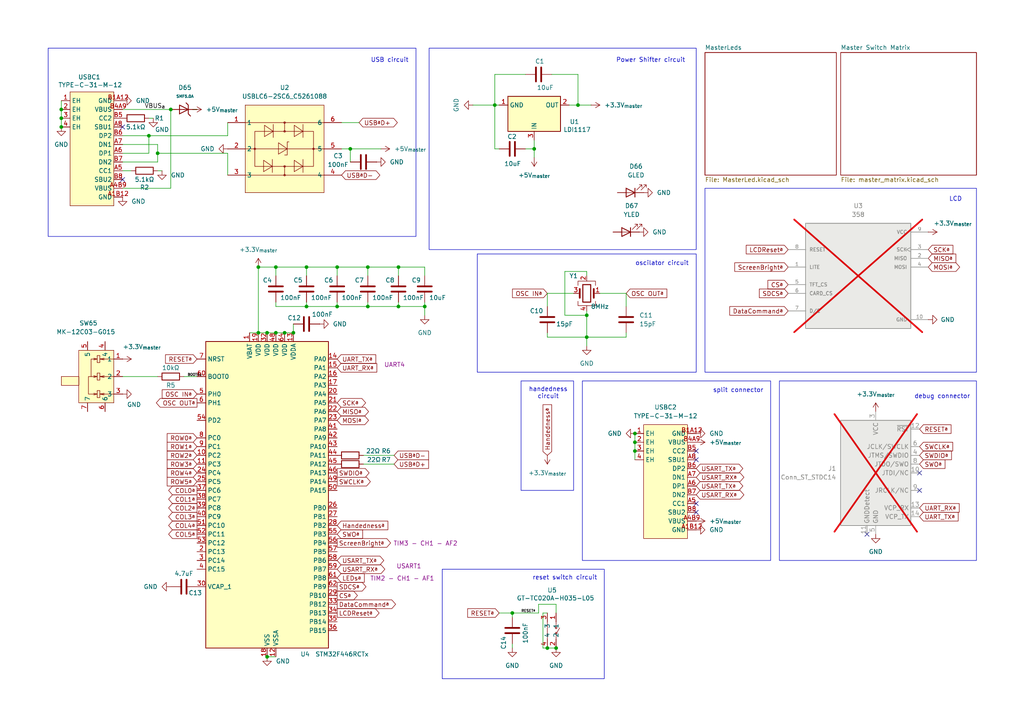
<source format=kicad_sch>
(kicad_sch (version 20250114) (generator "eeschema") (generator_version "9.0")
  (paper "A4")
  (title_block (title "Migrane - Master Half") (rev "3.0") (company "Afonso Lopo"))
  (lib_symbols
    (symbol "Connector:Conn_ST_STDC14"
      (property "Reference" "J" (at -8.89 16.51 0))
      (property "Value" "Conn_ST_STDC14" (at 17.78 16.51 0))
      (symbol "Conn_ST_STDC14_1_1"
        (pin no_connect line (at -10.16 5.08 0) (length 2.54) (hide yes) (name "NC") (number "1"))
        (pin no_connect line (at -10.16 2.54 0) (length 2.54) (hide yes) (name "NC") (number "2"))
        (pin passive line (at -2.54 -17.78 90) (length 2.54) (name "GNDDetect") (number "11"))
        (pin power_in line (at 0 17.78 270) (length 2.54) (name "VCC") (number "3"))
        (pin power_in line (at 0 -17.78 90) (length 2.54) (name "GND") (number "5"))
        (pin passive line (at 0 -17.78 90) (length 2.54) (hide yes) (name "GND") (number "7"))
        (pin open_collector line (at 12.7 12.7 180) (length 2.54) (name "~{RST}") (number "12"))
        (pin output line (at 12.7 7.62 180) (length 2.54) (name "JCLK/SWCLK") (number "6"))
        (pin bidirectional line (at 12.7 5.08 180) (length 2.54) (name "JTMS/SWDIO") (number "4"))
        (pin input line (at 12.7 2.54 180) (length 2.54) (name "JTDO/SWO") (number "8"))
        (pin output line (at 12.7 0 180) (length 2.54) (name "JTDI/NC") (number "10"))
        (pin input line (at 12.7 -5.08 180) (length 2.54) (name "JRCLK/NC") (number "9"))
        (pin output line (at 12.7 -10.16 180) (length 2.54) (name "VCP_RX") (number "13"))
        (pin input line (at 12.7 -12.7 180) (length 2.54) (name "VCP_TX") (number "14"))
      )
    )
    (symbol "Device:C" (pin_numbers (hide yes)) (pin_names (offset 0.254))
      (property "Reference" "C" (at 0.635 2.54 0))
      (property "Value" "C" (at 0.635 -2.54 0))
      (symbol "C_1_1"
        (pin passive line (at 0 3.81 270) (length 2.794) (name "~") (number "1"))
        (pin passive line (at 0 -3.81 90) (length 2.794) (name "~") (number "2"))
      )
    )
    (symbol "Device:Crystal_GND24" (pin_names (offset 1.016) (hide yes))
      (property "Reference" "Y" (at 3.175 5.08 0))
      (property "Value" "Crystal_GND24" (at 3.175 3.175 0))
      (symbol "Crystal_GND24_1_1"
        (pin passive line (at -3.81 0 0) (length 1.27) (name "1") (number "1"))
        (pin passive line (at 0 5.08 270) (length 1.27) (name "2") (number "2"))
        (pin passive line (at 0 -5.08 90) (length 1.27) (name "4") (number "4"))
        (pin passive line (at 3.81 0 180) (length 1.27) (name "3") (number "3"))
      )
    )
    (symbol "Device:LED" (pin_numbers (hide yes)) (pin_names (offset 1.016) (hide yes))
      (property "Reference" "D" (at 0 2.54 0))
      (property "Value" "LED" (at 0 -2.54 0))
      (symbol "LED_1_1"
        (pin passive line (at -3.81 0 0) (length 2.54) (name "K") (number "1"))
        (pin passive line (at 3.81 0 180) (length 2.54) (name "A") (number "2"))
      )
    )
    (symbol "Device:R" (pin_numbers (hide yes)) (pin_names (offset 0))
      (property "Reference" "R" (at 2.032 0 90))
      (property "Value" "R" (at 0 0 90))
      (symbol "R_1_1"
        (pin passive line (at 0 3.81 270) (length 1.27) (name "~") (number "1"))
        (pin passive line (at 0 -3.81 90) (length 1.27) (name "~") (number "2"))
      )
    )
    (symbol "MCU_ST_STM32F4:STM32F446RCTx"
      (property "Reference" "U" (at -17.78 46.99 0))
      (property "Value" "STM32F446RCTx" (at 10.16 46.99 0))
      (symbol "STM32F446RCTx_1_1"
        (pin input line (at -20.32 40.64 0) (length 2.54) (name "NRST") (number "7"))
        (pin input line (at -20.32 35.56 0) (length 2.54) (name "BOOT0") (number "60"))
        (pin bidirectional line (at -20.32 30.48 0) (length 2.54) (name "PH0") (number "5"))
        (pin bidirectional line (at -20.32 27.94 0) (length 2.54) (name "PH1") (number "6"))
        (pin bidirectional line (at -20.32 22.86 0) (length 2.54) (name "PD2") (number "54"))
        (pin bidirectional line (at -20.32 17.78 0) (length 2.54) (name "PC0") (number "8"))
        (pin bidirectional line (at -20.32 15.24 0) (length 2.54) (name "PC1") (number "9"))
        (pin bidirectional line (at -20.32 12.7 0) (length 2.54) (name "PC2") (number "10"))
        (pin bidirectional line (at -20.32 10.16 0) (length 2.54) (name "PC3") (number "11"))
        (pin bidirectional line (at -20.32 7.62 0) (length 2.54) (name "PC4") (number "24"))
        (pin bidirectional line (at -20.32 5.08 0) (length 2.54) (name "PC5") (number "25"))
        (pin bidirectional line (at -20.32 2.54 0) (length 2.54) (name "PC6") (number "37"))
        (pin bidirectional line (at -20.32 0 0) (length 2.54) (name "PC7") (number "38"))
        (pin bidirectional line (at -20.32 -2.54 0) (length 2.54) (name "PC8") (number "39"))
        (pin bidirectional line (at -20.32 -5.08 0) (length 2.54) (name "PC9") (number "40"))
        (pin bidirectional line (at -20.32 -7.62 0) (length 2.54) (name "PC10") (number "51"))
        (pin bidirectional line (at -20.32 -10.16 0) (length 2.54) (name "PC11") (number "52"))
        (pin bidirectional line (at -20.32 -12.7 0) (length 2.54) (name "PC12") (number "53"))
        (pin bidirectional line (at -20.32 -15.24 0) (length 2.54) (name "PC13") (number "2"))
        (pin bidirectional line (at -20.32 -17.78 0) (length 2.54) (name "PC14") (number "3"))
        (pin bidirectional line (at -20.32 -20.32 0) (length 2.54) (name "PC15") (number "4"))
        (pin power_out line (at -20.32 -25.4 0) (length 2.54) (name "VCAP_1") (number "30"))
        (pin power_in line (at -5.08 48.26 270) (length 2.54) (name "VBAT") (number "1"))
        (pin power_in line (at -2.54 48.26 270) (length 2.54) (name "VDD") (number "19"))
        (pin power_in line (at 0 48.26 270) (length 2.54) (name "VDD") (number "32"))
        (pin power_in line (at 0 -45.72 90) (length 2.54) (name "VSS") (number "18"))
        (pin passive line (at 0 -45.72 90) (length 2.54) (hide yes) (name "VSS") (number "31"))
        (pin passive line (at 0 -45.72 90) (length 2.54) (hide yes) (name "VSS") (number "47"))
        (pin passive line (at 0 -45.72 90) (length 2.54) (hide yes) (name "VSS") (number "63"))
        (pin power_in line (at 2.54 48.26 270) (length 2.54) (name "VDD") (number "48"))
        (pin power_in line (at 2.54 -45.72 90) (length 2.54) (name "VSSA") (number "12"))
        (pin power_in line (at 5.08 48.26 270) (length 2.54) (name "VDD") (number "64"))
        (pin power_in line (at 7.62 48.26 270) (length 2.54) (name "VDDA") (number "13"))
        (pin bidirectional line (at 20.32 40.64 180) (length 2.54) (name "PA0") (number "14"))
        (pin bidirectional line (at 20.32 38.1 180) (length 2.54) (name "PA1") (number "15"))
        (pin bidirectional line (at 20.32 35.56 180) (length 2.54) (name "PA2") (number "16"))
        (pin bidirectional line (at 20.32 33.02 180) (length 2.54) (name "PA3") (number "17"))
        (pin bidirectional line (at 20.32 30.48 180) (length 2.54) (name "PA4") (number "20"))
        (pin bidirectional line (at 20.32 27.94 180) (length 2.54) (name "PA5") (number "21"))
        (pin bidirectional line (at 20.32 25.4 180) (length 2.54) (name "PA6") (number "22"))
        (pin bidirectional line (at 20.32 22.86 180) (length 2.54) (name "PA7") (number "23"))
        (pin bidirectional line (at 20.32 20.32 180) (length 2.54) (name "PA8") (number "41"))
        (pin bidirectional line (at 20.32 17.78 180) (length 2.54) (name "PA9") (number "42"))
        (pin bidirectional line (at 20.32 15.24 180) (length 2.54) (name "PA10") (number "43"))
        (pin bidirectional line (at 20.32 12.7 180) (length 2.54) (name "PA11") (number "44"))
        (pin bidirectional line (at 20.32 10.16 180) (length 2.54) (name "PA12") (number "45"))
        (pin bidirectional line (at 20.32 7.62 180) (length 2.54) (name "PA13") (number "46"))
        (pin bidirectional line (at 20.32 5.08 180) (length 2.54) (name "PA14") (number "49"))
        (pin bidirectional line (at 20.32 2.54 180) (length 2.54) (name "PA15") (number "50"))
        (pin bidirectional line (at 20.32 -2.54 180) (length 2.54) (name "PB0") (number "26"))
        (pin bidirectional line (at 20.32 -5.08 180) (length 2.54) (name "PB1") (number "27"))
        (pin bidirectional line (at 20.32 -7.62 180) (length 2.54) (name "PB2") (number "28"))
        (pin bidirectional line (at 20.32 -10.16 180) (length 2.54) (name "PB3") (number "55"))
        (pin bidirectional line (at 20.32 -12.7 180) (length 2.54) (name "PB4") (number "56"))
        (pin bidirectional line (at 20.32 -15.24 180) (length 2.54) (name "PB5") (number "57"))
        (pin bidirectional line (at 20.32 -17.78 180) (length 2.54) (name "PB6") (number "58"))
        (pin bidirectional line (at 20.32 -20.32 180) (length 2.54) (name "PB7") (number "59"))
        (pin bidirectional line (at 20.32 -22.86 180) (length 2.54) (name "PB8") (number "61"))
        (pin bidirectional line (at 20.32 -25.4 180) (length 2.54) (name "PB9") (number "62"))
        (pin bidirectional line (at 20.32 -27.94 180) (length 2.54) (name "PB10") (number "29"))
        (pin bidirectional line (at 20.32 -30.48 180) (length 2.54) (name "PB12") (number "33"))
        (pin bidirectional line (at 20.32 -33.02 180) (length 2.54) (name "PB13") (number "34"))
        (pin bidirectional line (at 20.32 -35.56 180) (length 2.54) (name "PB14") (number "35"))
        (pin bidirectional line (at 20.32 -38.1 180) (length 2.54) (name "PB15") (number "36"))
      )
    )
    (symbol "PCM_JLCPCB-Diodes:TVS-Uni,SMF5.0A" (pin_numbers (hide yes)) (pin_names (offset 0))
      (property "Reference" "D" (at 2.032 0.834 0))
      (property "Value" "SMF5.0A" (at 2.032 -1.2122 0))
      (symbol "TVS-Uni,SMF5.0A_1_1"
        (pin passive line (at 0 3.81 270) (length 3.81) (name "~") (number "2"))
        (pin passive line (at 0 -3.81 90) (length 3.81) (name "~") (number "1"))
      )
    )
    (symbol "Regulator_Linear:LT1963AxST-3.3"
      (property "Reference" "U1" (at 11.684 -2.286 0))
      (property "Value" "LDI1117" (at 12.446 -4.572 0))
      (symbol "LT1963AxST-3.3_1_1"
        (pin power_in line (at -10.16 2.54 0) (length 2.54) (name "GND") (number "1"))
        (pin power_in line (at 0 -7.62 90) (length 2.54) (name "IN") (number "3"))
        (pin power_out line (at 10.16 2.54 180) (length 2.54) (name "OUT") (number "2"))
      )
    )
    (symbol "easyeda2kicad:GT-TC020A-H035-L05"
      (property "Reference" "U" (at 0 5.08 0))
      (property "Value" "GT-TC020A-H035-L05" (at 0 -7.62 0))
      (symbol "GT-TC020A-H035-L05_0_1"
        (pin unspecified line (at -5.08 0 0) (length 2.54) (name "1") (number "1"))
        (pin unspecified line (at -5.08 -2.54 0) (length 2.54) (name "3") (number "3"))
        (pin unspecified line (at 5.08 0 180) (length 2.54) (name "2") (number "2"))
        (pin unspecified line (at 5.08 -2.54 180) (length 2.54) (name "4") (number "4"))
      )
    )
    (symbol "easyeda2kicad:MK-12C03-G015"
      (property "Reference" "SW" (at 0 12.7 0))
      (property "Value" "MK-12C03-G015" (at 0 -7.62 0))
      (symbol "MK-12C03-G015_0_1"
        (pin unspecified line (at -10.16 2.54 0) (length 2.54) (name "4") (number "4"))
        (pin unspecified line (at -10.16 -2.54 0) (length 2.54) (name "5") (number "5"))
        (pin unspecified line (at -5.08 7.62 270) (length 2.54) (name "1") (number "1"))
        (pin unspecified line (at 0 7.62 270) (length 2.54) (name "2") (number "2"))
        (pin unspecified line (at 5.08 7.62 270) (length 2.54) (name "3") (number "3"))
        (pin unspecified line (at 10.16 2.54 180) (length 2.54) (name "6") (number "6"))
        (pin unspecified line (at 10.16 -2.54 180) (length 2.54) (name "7") (number "7"))
      )
    )
    (symbol "easyeda2kicad:TYPE-C-31-M-12"
      (property "Reference" "USBC" (at 0 19.05 0))
      (property "Value" "TYPE-C-31-M-12" (at 0 -19.05 0))
      (symbol "TYPE-C-31-M-12_0_1"
        (pin unspecified line (at -8.89 13.97 0) (length 2.54) (name "GND") (number "A1B12"))
        (pin unspecified line (at -8.89 11.43 0) (length 2.54) (name "VBUS") (number "A4B9"))
        (pin unspecified line (at -8.89 8.89 0) (length 2.54) (name "SBU2") (number "B8"))
        (pin unspecified line (at -8.89 6.35 0) (length 2.54) (name "CC1") (number "A5"))
        (pin unspecified line (at -8.89 3.81 0) (length 2.54) (name "DN2") (number "B7"))
        (pin unspecified line (at -8.89 1.27 0) (length 2.54) (name "DP1") (number "A6"))
        (pin unspecified line (at -8.89 -1.27 0) (length 2.54) (name "DN1") (number "A7"))
        (pin unspecified line (at -8.89 -3.81 0) (length 2.54) (name "DP2") (number "B6"))
        (pin unspecified line (at -8.89 -6.35 0) (length 2.54) (name "SBU1") (number "A8"))
        (pin unspecified line (at -8.89 -8.89 0) (length 2.54) (name "CC2") (number "B5"))
        (pin unspecified line (at -8.89 -11.43 0) (length 2.54) (name "VBUS") (number "B4A9"))
        (pin unspecified line (at -8.89 -13.97 0) (length 2.54) (name "GND") (number "B1A12"))
        (pin unspecified line (at 8.89 -6.35 180) (length 2.54) (name "EH") (number "4"))
        (pin unspecified line (at 8.89 -8.89 180) (length 2.54) (name "EH") (number "3"))
        (pin unspecified line (at 8.89 -11.43 180) (length 2.54) (name "EH") (number "2"))
        (pin unspecified line (at 8.89 -13.97 180) (length 2.54) (name "EH") (number "1"))
      )
    )
    (symbol "easyeda2kicad:USBLC6-2SC6_C5261088"
      (property "Reference" "U" (at 0 12.7 0))
      (property "Value" "USBLC6-2SC6_C5261088" (at 0 -12.7 0))
      (symbol "USBLC6-2SC6_C5261088_0_1"
        (pin input line (at -16.51 7.62 0) (length 5.08) (name "1") (number "1"))
        (pin input line (at -16.51 0 0) (length 5.08) (name "2") (number "2"))
        (pin input line (at -16.51 -7.62 0) (length 5.08) (name "3") (number "3"))
        (pin input line (at 16.51 7.62 180) (length 5.08) (name "6") (number "6"))
        (pin input line (at 16.51 0 180) (length 5.08) (name "5") (number "5"))
        (pin input line (at 16.51 -7.62 180) (length 5.08) (name "4") (number "4"))
      )
    )
    (symbol "led:358" (pin_names (offset 1.016))
      (property "Reference" "U" (at -15.24 16.002 0))
      (property "Value" "358" (at -15.24 -17.78 0))
      (symbol "358_0_0"
        (pin input line (at -20.32 7.62 0) (length 5.08) (name "RESET") (number "8"))
        (pin input line (at -20.32 2.54 0) (length 5.08) (name "LITE") (number "1"))
        (pin input line (at -20.32 -2.54 0) (length 5.08) (name "TFT_CS") (number "5"))
        (pin input line (at -20.32 -5.08 0) (length 5.08) (name "CARD_CS") (number "6"))
        (pin input line (at -20.32 -10.16 0) (length 5.08) (name "D/C") (number "7"))
        (pin power_in line (at 20.32 12.7 180) (length 5.08) (name "VCC") (number "9"))
        (pin input clock (at 20.32 7.62 180) (length 5.08) (name "SCK") (number "3"))
        (pin output line (at 20.32 5.08 180) (length 5.08) (name "MISO") (number "2"))
        (pin input line (at 20.32 2.54 180) (length 5.08) (name "MOSI") (number "4"))
        (pin power_in line (at 20.32 -12.7 180) (length 5.08) (name "GND") (number "10"))
      )
    )
    (symbol "power:+3.3V" (power) (pin_numbers (hide yes)) (pin_names (offset 0) (hide yes))
      (property "Value" "+3.3V" (at 0 3.556 0))
      (symbol "+3.3V_1_1"
        (pin power_in line (at 0 0 90) (length 0) (name "~") (number "1"))
      )
    )
    (symbol "power:+5V" (power) (pin_numbers (hide yes)) (pin_names (offset 0) (hide yes))
      (property "Value" "+5V" (at 0 3.556 0))
      (symbol "+5V_1_1"
        (pin power_in line (at 0 0 90) (length 0) (name "~") (number "1"))
      )
    )
    (symbol "power:GND" (power) (pin_numbers (hide yes)) (pin_names (offset 0) (hide yes))
      (property "Value" "GND" (at 0 -3.81 0))
      (symbol "GND_1_1"
        (pin power_in line (at 0 0 270) (length 0) (name "~") (number "1"))
      )
    )
  )
  (rectangle (start 138.43 73.66) (end 201.93 107.95))
  (rectangle (start 124.46 13.97) (end 201.93 72.39))
  (rectangle (start 168.91 110.49) (end 223.52 162.56))
  (rectangle (start 128.27 165.1) (end 175.26 196.85))
  (rectangle (start 226.06 110.49) (end 283.21 162.56))
  (rectangle (start 204.47 54.61) (end 283.21 107.95))
  (rectangle (start 151.13 110.49) (end 166.37 142.24))
  (rectangle (start 13.97 13.97) (end 120.65 68.58))
  (text "split connector" (at 214.122 113.284 0) (effects (font (size 1.27 1.27))))
  (text "oscilator circuit" (at 192.024 76.454 0) (effects (font (size 1.27 1.27))))
  (text "handedness\ncircuit" (at 159.004 114.046 0) (effects (font (size 1.27 1.27))))
  (text "reset switch circuit\n" (at 163.83 167.64 0) (effects (font (size 1.27 1.27))))
  (text "debug connector" (at 273.304 115.062 0) (effects (font (size 1.27 1.27))))
  (text "USB circuit\n" (at 113.03 17.526 0) (effects (font (size 1.27 1.27))))
  (text "Power Shifter circuit" (at 188.722 17.526 0) (effects (font (size 1.27 1.27))))
  (text_box "LCD" (at 274.32 55.88 0) (size 6.35 3.81) (margins 0.9525 0.9525 0.9525 0.9525) (stroke (width -0.0001)) (effects (font (size 1.27 1.27)) (justify left top)))
  (junction (at 80.01 77.47))
  (junction (at 115.57 88.9))
  (junction (at 49.53 31.75))
  (junction (at 77.47 190.5))
  (junction (at 85.09 96.52))
  (junction (at 77.47 96.52))
  (junction (at 106.68 77.47))
  (junction (at 184.15 125.73))
  (junction (at 161.29 187.96))
  (junction (at 97.79 88.9))
  (junction (at 106.68 88.9))
  (junction (at 88.9 77.47))
  (junction (at 17.78 31.75))
  (junction (at 148.59 177.8))
  (junction (at 17.78 36.83))
  (junction (at 74.93 77.47))
  (junction (at 97.79 77.47))
  (junction (at 115.57 77.47))
  (junction (at 80.01 96.52))
  (junction (at 158.75 187.96))
  (junction (at 17.78 34.29))
  (junction (at 167.64 30.48))
  (junction (at 88.9 88.9))
  (junction (at 154.94 43.18))
  (junction (at 45.72 44.45))
  (junction (at 74.93 96.52))
  (junction (at 184.15 128.27))
  (junction (at 170.18 91.44))
  (junction (at 184.15 130.81))
  (junction (at 123.19 88.9))
  (junction (at 43.18 39.37))
  (junction (at 82.55 96.52))
  (junction (at 170.18 97.79))
  (junction (at 101.6 43.18))
  (junction (at 143.51 30.48))
  (no_connect (at 201.93 146.05))
  (no_connect (at 35.56 36.83))
  (no_connect (at 266.7 142.24))
  (no_connect (at 251.46 154.94))
  (no_connect (at 201.93 133.35))
  (no_connect (at 201.93 148.59))
  (no_connect (at 35.56 52.07))
  (no_connect (at 201.93 130.81))
  (no_connect (at 266.7 137.16))
  (wire (pts (xy 158.75 97.79) (xy 158.75 96.52)))
  (wire (pts (xy 167.64 30.48) (xy 171.45 30.48)))
  (wire (pts (xy 72.39 96.52) (xy 74.93 96.52)))
  (wire (pts (xy 114.3 134.62) (xy 105.41 134.62)))
  (wire (pts (xy 157.48 187.96) (xy 158.75 187.96)))
  (wire (pts (xy 110.49 43.18) (xy 101.6 43.18)))
  (wire (pts (xy 97.79 80.01) (xy 97.79 77.47)))
  (wire (pts (xy 43.18 34.29) (xy 44.45 34.29)))
  (wire (pts (xy 106.68 88.9) (xy 115.57 88.9)))
  (wire (pts (xy 88.9 87.63) (xy 88.9 88.9)))
  (wire (pts (xy 143.51 21.59) (xy 143.51 30.48)))
  (wire (pts (xy 148.59 179.07) (xy 148.59 177.8)))
  (wire (pts (xy 49.53 54.61) (xy 49.53 31.75)))
  (wire (pts (xy 114.3 132.08) (xy 105.41 132.08)))
  (wire (pts (xy 167.64 30.48) (xy 167.64 21.59)))
  (wire (pts (xy 156.21 175.26) (xy 161.29 175.26)))
  (wire (pts (xy 57.15 109.22) (xy 53.34 109.22)))
  (wire (pts (xy 115.57 77.47) (xy 115.57 80.01)))
  (wire (pts (xy 170.18 100.33) (xy 170.18 97.79)))
  (wire (pts (xy 17.78 34.29) (xy 17.78 36.83)))
  (wire (pts (xy 43.18 39.37) (xy 35.56 39.37)))
  (wire (pts (xy 43.18 39.37) (xy 66.04 39.37)))
  (wire (pts (xy 163.83 91.44) (xy 170.18 91.44)))
  (wire (pts (xy 45.72 41.91) (xy 35.56 41.91)))
  (wire (pts (xy 106.68 87.63) (xy 106.68 88.9)))
  (wire (pts (xy 123.19 91.44) (xy 123.19 88.9)))
  (wire (pts (xy 45.72 49.53) (xy 46.99 49.53)))
  (wire (pts (xy 152.4 43.18) (xy 154.94 43.18)))
  (wire (pts (xy 158.75 177.8) (xy 157.48 177.8)))
  (wire (pts (xy 35.56 44.45) (xy 43.18 44.45)))
  (wire (pts (xy 137.16 30.48) (xy 143.51 30.48)))
  (wire (pts (xy 80.01 77.47) (xy 88.9 77.47)))
  (wire (pts (xy 88.9 77.47) (xy 97.79 77.47)))
  (wire (pts (xy 97.79 77.47) (xy 106.68 77.47)))
  (wire (pts (xy 163.83 78.74) (xy 163.83 91.44)))
  (wire (pts (xy 144.78 177.8) (xy 148.59 177.8)))
  (wire (pts (xy 148.59 177.8) (xy 156.21 177.8)))
  (wire (pts (xy 80.01 88.9) (xy 88.9 88.9)))
  (wire (pts (xy 35.56 31.75) (xy 49.53 31.75)))
  (wire (pts (xy 74.93 77.47) (xy 74.93 96.52)))
  (wire (pts (xy 45.72 46.99) (xy 45.72 44.45)))
  (wire (pts (xy 88.9 88.9) (xy 97.79 88.9)))
  (wire (pts (xy 17.78 29.21) (xy 17.78 31.75)))
  (wire (pts (xy 35.56 54.61) (xy 49.53 54.61)))
  (wire (pts (xy 57.15 31.75) (xy 55.88 31.75)))
  (wire (pts (xy 170.18 91.44) (xy 170.18 90.17)))
  (wire (pts (xy 66.04 44.45) (xy 66.04 50.8)))
  (wire (pts (xy 35.56 46.99) (xy 45.72 46.99)))
  (wire (pts (xy 154.94 45.72) (xy 154.94 43.18)))
  (wire (pts (xy 80.01 190.5) (xy 77.47 190.5)))
  (wire (pts (xy 80.01 96.52) (xy 82.55 96.52)))
  (wire (pts (xy 181.61 85.09) (xy 181.61 88.9)))
  (wire (pts (xy 97.79 88.9) (xy 106.68 88.9)))
  (wire (pts (xy 74.93 77.47) (xy 80.01 77.47)))
  (wire (pts (xy 66.04 39.37) (xy 66.04 35.56)))
  (wire (pts (xy 101.6 46.99) (xy 101.6 43.18)))
  (wire (pts (xy 181.61 97.79) (xy 181.61 96.52)))
  (wire (pts (xy 143.51 43.18) (xy 144.78 43.18)))
  (wire (pts (xy 43.18 44.45) (xy 43.18 39.37)))
  (wire (pts (xy 104.14 35.56) (xy 99.06 35.56)))
  (wire (pts (xy 17.78 31.75) (xy 17.78 34.29)))
  (wire (pts (xy 106.68 77.47) (xy 115.57 77.47)))
  (wire (pts (xy 163.83 78.74) (xy 170.18 78.74)))
  (wire (pts (xy 101.6 43.18) (xy 99.06 43.18)))
  (wire (pts (xy 123.19 87.63) (xy 123.19 88.9)))
  (wire (pts (xy 74.93 96.52) (xy 77.47 96.52)))
  (wire (pts (xy 161.29 175.26) (xy 161.29 177.8)))
  (wire (pts (xy 45.72 44.45) (xy 45.72 41.91)))
  (wire (pts (xy 184.15 128.27) (xy 184.15 130.81)))
  (wire (pts (xy 143.51 30.48) (xy 143.51 43.18)))
  (wire (pts (xy 170.18 78.74) (xy 170.18 80.01)))
  (wire (pts (xy 173.99 85.09) (xy 181.61 85.09)))
  (wire (pts (xy 184.15 130.81) (xy 184.15 133.35)))
  (wire (pts (xy 152.4 21.59) (xy 143.51 21.59)))
  (wire (pts (xy 158.75 85.09) (xy 166.37 85.09)))
  (wire (pts (xy 167.64 21.59) (xy 160.02 21.59)))
  (wire (pts (xy 45.72 44.45) (xy 66.04 44.45)))
  (wire (pts (xy 82.55 96.52) (xy 85.09 96.52)))
  (wire (pts (xy 156.21 177.8) (xy 156.21 175.26)))
  (wire (pts (xy 170.18 91.44) (xy 170.18 97.79)))
  (wire (pts (xy 165.1 30.48) (xy 167.64 30.48)))
  (wire (pts (xy 80.01 80.01) (xy 80.01 77.47)))
  (wire (pts (xy 158.75 97.79) (xy 170.18 97.79)))
  (wire (pts (xy 35.56 49.53) (xy 38.1 49.53)))
  (wire (pts (xy 158.75 187.96) (xy 161.29 187.96)))
  (wire (pts (xy 77.47 96.52) (xy 80.01 96.52)))
  (wire (pts (xy 85.09 93.98) (xy 85.09 96.52)))
  (wire (pts (xy 123.19 77.47) (xy 123.19 80.01)))
  (wire (pts (xy 148.59 186.69) (xy 148.59 187.96)))
  (wire (pts (xy 184.15 125.73) (xy 184.15 128.27)))
  (wire (pts (xy 115.57 77.47) (xy 123.19 77.47)))
  (wire (pts (xy 115.57 88.9) (xy 123.19 88.9)))
  (wire (pts (xy 154.94 43.18) (xy 154.94 40.64)))
  (wire (pts (xy 158.75 85.09) (xy 158.75 88.9)))
  (wire (pts (xy 80.01 87.63) (xy 80.01 88.9)))
  (wire (pts (xy 88.9 80.01) (xy 88.9 77.47)))
  (wire (pts (xy 106.68 80.01) (xy 106.68 77.47)))
  (wire (pts (xy 35.56 109.22) (xy 45.72 109.22)))
  (wire (pts (xy 97.79 87.63) (xy 97.79 88.9)))
  (wire (pts (xy 143.51 30.48) (xy 144.78 30.48)))
  (wire (pts (xy 115.57 87.63) (xy 115.57 88.9)))
  (wire (pts (xy 157.48 177.8) (xy 157.48 187.96)))
  (wire (pts (xy 170.18 97.79) (xy 181.61 97.79)))
  (label "RESET^{a}" (at 151.13 177.8 0) (effects (font (size 0.762 0.762))))
  (label "VBUS_{a}" (at 41.91 31.75 0))
  (label "BOOT0a" (at 54.356 109.22 0) (effects (font (size 0.7 0.7))))
  (global_label "SWO^{a}" (shape input) (at 266.7 134.62 0) (property "Intersheetrefs" "${INTERSHEET_REFS}" (effects (hide yes))))
  (global_label "RESET^{a}" (shape input) (at 266.7 124.46 0) (property "Intersheetrefs" "${INTERSHEET_REFS}" (effects (hide yes))))
  (global_label "USART_RX^{a}" (shape bidirectional) (at 201.93 143.51 0) (property "Intersheetrefs" "${INTERSHEET_REFS}" (effects (hide yes))))
  (global_label "ROW1^{a}" (shape input) (at 57.15 129.54 180) (property "Intersheetrefs" "${INTERSHEET_REFS}" (effects (hide yes))))
  (global_label "Handedness^{a}" (shape input) (at 158.75 132.08 90) (property "Intersheetrefs" "${INTERSHEET_REFS}" (effects (hide yes))))
  (global_label "USART_TX^{a}" (shape bidirectional) (at 201.93 135.89 0) (property "Intersheetrefs" "${INTERSHEET_REFS}" (effects (hide yes))))
  (global_label "RESET^{a}" (shape input) (at 57.15 104.14 180) (property "Intersheetrefs" "${INTERSHEET_REFS}" (effects (hide yes))))
  (global_label "CS^{a}" (shape input) (at 228.6 82.55 180) (property "Intersheetrefs" "${INTERSHEET_REFS}" (effects (hide yes))))
  (global_label "DataCommand^{a}" (shape input) (at 228.6 90.17 180) (property "Intersheetrefs" "${INTERSHEET_REFS}" (effects (hide yes))))
  (global_label "SDCS^{a}" (shape input) (at 228.6 85.09 180) (property "Intersheetrefs" "${INTERSHEET_REFS}" (effects (hide yes))))
  (global_label "MISO^{a}" (shape input) (at 269.24 74.93 0) (property "Intersheetrefs" "${INTERSHEET_REFS}" (effects (hide yes))))
  (global_label "OSC OUT^{a}" (shape input) (at 181.61 85.09 0) (property "Intersheetrefs" "${INTERSHEET_REFS}" (effects (hide yes))))
  (global_label "USART_RX^{a}" (shape bidirectional) (at 97.79 165.1 0) (property "Intersheetrefs" "${INTERSHEET_REFS}" (effects (hide yes))) (property "USART" "USART1" (at 113.538 164.084 0) (effects (justify left))))
  (global_label "ROW2^{a}" (shape input) (at 57.15 132.08 180) (property "Intersheetrefs" "${INTERSHEET_REFS}" (effects (hide yes))))
  (global_label "USB^{a}D-" (shape input) (at 114.3 132.08 0) (property "Intersheetrefs" "${INTERSHEET_REFS}" (effects (hide yes))))
  (global_label "LCDReset^{a}" (shape output) (at 97.79 177.8 0) (property "Intersheetrefs" "${INTERSHEET_REFS}" (effects (hide yes))))
  (global_label "LCDReset^{a}" (shape input) (at 228.6 72.39 180) (property "Intersheetrefs" "${INTERSHEET_REFS}" (effects (hide yes))))
  (global_label "ScreenBright^{a}" (shape input) (at 228.6 77.47 180) (property "Intersheetrefs" "${INTERSHEET_REFS}" (effects (hide yes))))
  (global_label "ROW0^{a}" (shape input) (at 57.15 127 180) (property "Intersheetrefs" "${INTERSHEET_REFS}" (effects (hide yes))))
  (global_label "ScreenBright^{a}" (shape output) (at 97.79 157.48 0) (property "Intersheetrefs" "${INTERSHEET_REFS}" (effects (hide yes))) (property "TIM" "TIM3 - CH1 - AF2" (at 122.936 157.48 0)))
  (global_label "CS^{a}" (shape output) (at 97.79 172.72 0) (property "Intersheetrefs" "${INTERSHEET_REFS}" (effects (hide yes))) (property "Info" "Software NSS" (effects (hide yes))))
  (global_label "UART_RX^{a}" (shape input) (at 266.7 147.32 0) (property "Intersheetrefs" "${INTERSHEET_REFS}" (effects (hide yes))))
  (global_label "RESET^{a}" (shape input) (at 144.78 177.8 180) (property "Intersheetrefs" "${INTERSHEET_REFS}" (effects (hide yes))))
  (global_label "DataCommand^{a}" (shape output) (at 97.79 175.26 0) (property "Intersheetrefs" "${INTERSHEET_REFS}" (effects (hide yes))))
  (global_label "SDCS^{a}" (shape output) (at 97.79 170.18 0) (property "Intersheetrefs" "${INTERSHEET_REFS}" (effects (hide yes))) (property "Info" "Software NSS" (effects (hide yes))))
  (global_label "OSC IN^{a}" (shape input) (at 158.75 85.09 180) (property "Intersheetrefs" "${INTERSHEET_REFS}" (effects (hide yes))))
  (global_label "COL0^{a}" (shape output) (at 57.15 142.24 180) (property "Intersheetrefs" "${INTERSHEET_REFS}" (effects (hide yes))))
  (global_label "COL4^{a}" (shape output) (at 57.15 152.4 180) (property "Intersheetrefs" "${INTERSHEET_REFS}" (effects (hide yes))))
  (global_label "SWCLK^{a}" (shape input) (at 266.7 129.54 0) (property "Intersheetrefs" "${INTERSHEET_REFS}" (effects (hide yes))))
  (global_label "COL1^{a}" (shape output) (at 57.15 144.78 180) (property "Intersheetrefs" "${INTERSHEET_REFS}" (effects (hide yes))))
  (global_label "ROW4^{a}" (shape input) (at 57.15 137.16 180) (property "Intersheetrefs" "${INTERSHEET_REFS}" (effects (hide yes))))
  (global_label "MOSI^{a}" (shape bidirectional) (at 269.24 77.47 0) (property "Intersheetrefs" "${INTERSHEET_REFS}" (effects (hide yes))))
  (global_label "SCK^{a}" (shape input) (at 269.24 72.39 0) (property "Intersheetrefs" "${INTERSHEET_REFS}" (effects (hide yes))))
  (global_label "SWDIO^{a}" (shape input) (at 266.7 132.08 0) (property "Intersheetrefs" "${INTERSHEET_REFS}" (effects (hide yes))))
  (global_label "USART_TX^{a}" (shape bidirectional) (at 97.79 162.56 0) (property "Intersheetrefs" "${INTERSHEET_REFS}" (effects (hide yes))) (property "USART" "USART1" (effects (hide yes))))
  (global_label "SWO^{a}" (shape input) (at 97.79 154.94 0) (property "Intersheetrefs" "${INTERSHEET_REFS}" (effects (hide yes))))
  (global_label "MISO^{a}" (shape bidirectional) (at 97.79 119.38 0) (property "Intersheetrefs" "${INTERSHEET_REFS}" (effects (hide yes))))
  (global_label "USB^{a}D+" (shape bidirectional) (at 104.14 35.56 0) (property "Intersheetrefs" "${INTERSHEET_REFS}" (effects (hide yes))))
  (global_label "SWCLK^{a}" (shape output) (at 97.79 139.7 0) (property "Intersheetrefs" "${INTERSHEET_REFS}" (effects (hide yes))))
  (global_label "SWDIO^{a}" (shape output) (at 97.79 137.16 0) (property "Intersheetrefs" "${INTERSHEET_REFS}" (effects (hide yes))))
  (global_label "UART_TX^{a}" (shape input) (at 97.79 104.14 0) (property "Intersheetrefs" "${INTERSHEET_REFS}" (effects (hide yes))) (property "TIM" "UART4" (at 109.982 105.664 0) (effects (justify left))))
  (global_label "ROW3^{a}" (shape input) (at 57.15 134.62 180) (property "Intersheetrefs" "${INTERSHEET_REFS}" (effects (hide yes))))
  (global_label "UART_RX^{a}" (shape input) (at 97.79 106.68 0) (property "Intersheetrefs" "${INTERSHEET_REFS}" (effects (hide yes))) (property "uart" "UART4" (effects (hide yes))))
  (global_label "LEDs^{a}" (shape input) (at 97.79 167.64 0) (property "Intersheetrefs" "${INTERSHEET_REFS}" (effects (hide yes))) (property "TIM" "TIM2 - CH1 - AF1" (at 105.918 167.64 0) (effects (justify left))))
  (global_label "OSC OUT^{a}" (shape output) (at 57.15 116.84 180) (property "Intersheetrefs" "${INTERSHEET_REFS}" (effects (hide yes))))
  (global_label "USART_TX^{a}" (shape bidirectional) (at 201.93 140.97 0) (property "Intersheetrefs" "${INTERSHEET_REFS}" (effects (hide yes))))
  (global_label "COL5^{a}" (shape output) (at 57.15 154.94 180) (property "Intersheetrefs" "${INTERSHEET_REFS}" (effects (hide yes))))
  (global_label "USART_RX^{a}" (shape bidirectional) (at 201.93 138.43 0) (property "Intersheetrefs" "${INTERSHEET_REFS}" (effects (hide yes))))
  (global_label "Handedness^{a}" (shape input) (at 97.79 152.4 0) (property "Intersheetrefs" "${INTERSHEET_REFS}" (effects (hide yes))))
  (global_label "MOSI^{a}" (shape bidirectional) (at 97.79 121.92 0) (property "Intersheetrefs" "${INTERSHEET_REFS}" (effects (hide yes))))
  (global_label "USB^{a}D-" (shape bidirectional) (at 99.06 50.8 0) (property "Intersheetrefs" "${INTERSHEET_REFS}" (effects (hide yes))))
  (global_label "SCK^{a}" (shape bidirectional) (at 97.79 116.84 0) (property "Intersheetrefs" "${INTERSHEET_REFS}" (effects (hide yes))))
  (global_label "UART_TX^{a}" (shape input) (at 266.7 149.86 0) (property "Intersheetrefs" "${INTERSHEET_REFS}" (effects (hide yes))))
  (global_label "COL3^{a}" (shape output) (at 57.15 149.86 180) (property "Intersheetrefs" "${INTERSHEET_REFS}" (effects (hide yes))))
  (global_label "OSC IN^{a}" (shape input) (at 57.15 114.3 180) (property "Intersheetrefs" "${INTERSHEET_REFS}" (effects (hide yes))))
  (global_label "USB^{a}D+" (shape input) (at 114.3 134.62 0) (property "Intersheetrefs" "${INTERSHEET_REFS}" (effects (hide yes))))
  (global_label "COL2^{a}" (shape output) (at 57.15 147.32 180) (property "Intersheetrefs" "${INTERSHEET_REFS}" (effects (hide yes))))
  (global_label "ROW5^{a}" (shape input) (at 57.15 139.7 180) (property "Intersheetrefs" "${INTERSHEET_REFS}" (effects (hide yes))))
  (symbol (lib_id "power:+5V") (at 201.93 128.27 270) (unit 1)
    (property "Reference" "#PWR028" (effects (hide yes)))
    (property "Value" "+5V_{master}" (at 205.74 128.2699 90) (effects (justify left)))
    (property "Description" "Power symbol creates a global label with name \"+5V\"" (effects (hide yes)))
  )
  (symbol (lib_id "Connector:Conn_ST_STDC14") (at 254 137.16 0) (unit 1) (dnp yes)
    (property "Reference" "J1" (at 242.57 135.8899 0) (effects (justify right)))
    (property "Value" "Conn_ST_STDC14" (at 242.57 138.4299 0) (effects (justify right)))
    (property "Footprint" "Connector_PinHeader_1.27mm:PinHeader_2x07_P1.27mm_Horizontal" (effects (hide yes)))
    (property "Datasheet" "https://www.st.com/content/ccc/resource/technical/document/user_manual/group1/99/49/91/b6/b2/3a/46/e5/DM00526767/files/DM00526767.pdf/jcr:content/translations/en.DM00526767.pdf" (effects (hide yes)))
    (property "Description" "ST Debug Connector, standard ARM Cortex-M SWD and JTAG interface plus UART" (effects (hide yes)))
  )
  (symbol (lib_id "power:+3.3V") (at 254 119.38 0) (unit 1)
    (property "Reference" "#PWR025" (effects (hide yes)))
    (property "Value" "+3.3V_{master}" (at 254 114.3 0))
    (property "Description" "Power symbol creates a global label with name \"+3.3V\"" (effects (hide yes)))
  )
  (symbol (lib_id "power:+3.3V") (at 269.24 67.31 270) (unit 1)
    (property "Reference" "#PWR017" (effects (hide yes)))
    (property "Value" "+3.3V_{master}" (at 270.764 64.77 90) (effects (justify left)))
    (property "Description" "Power symbol creates a global label with name \"+3.3V\"" (effects (hide yes)))
  )
  (symbol (lib_id "power:GND") (at 77.47 190.5 0) (unit 1)
    (property "Reference" "#PWR035" (effects (hide yes)))
    (property "Value" "GND" (at 80.01 191.7699 0) (effects (justify left)))
    (property "Description" "Power symbol creates a global label with name \"GND\" , ground" (effects (hide yes)))
  )
  (symbol (lib_id "power:GND") (at 44.45 34.29 0) (unit 1)
    (property "Reference" "#PWR05" (effects (hide yes)))
    (property "Value" "GND" (at 44.958 37.592 0) (effects (justify left)))
    (property "Description" "Power symbol creates a global label with name \"GND\" , ground" (effects (hide yes)))
  )
  (symbol (lib_id "power:GND") (at 186.69 55.88 90) (unit 1)
    (property "Reference" "#PWR013" (effects (hide yes)))
    (property "Value" "GND" (at 190.5 55.8799 90) (effects (justify right)))
    (property "Description" "Power symbol creates a global label with name \"GND\" , ground" (effects (hide yes)))
  )
  (symbol (lib_id "power:+3.3V") (at 171.45 30.48 270) (unit 1)
    (property "Reference" "#PWR03" (effects (hide yes)))
    (property "Value" "+3.3V_{master}" (at 175.26 30.4799 90) (effects (justify left)))
    (property "Description" "Power symbol creates a global label with name \"+3.3V\"" (effects (hide yes)))
  )
  (symbol (lib_id "power:+5V") (at 110.49 43.18 270) (unit 1)
    (property "Reference" "#PWR08" (effects (hide yes)))
    (property "Value" "+5V_{master}" (at 114.3 43.1799 90) (effects (justify left)))
    (property "Description" "Power symbol creates a global label with name \"+5V\"" (effects (hide yes)))
  )
  (symbol (lib_id "power:GND") (at 35.56 114.3 90) (unit 1)
    (property "Reference" "#PWR024" (effects (hide yes)))
    (property "Value" "GND" (at 36.83 117.348 90) (effects (justify right)))
    (property "Description" "Power symbol creates a global label with name \"GND\" , ground" (effects (hide yes)))
  )
  (symbol (lib_id "power:GND") (at 109.22 46.99 90) (unit 1)
    (property "Reference" "#PWR010" (effects (hide yes)))
    (property "Value" "GND" (at 113.03 46.9899 90) (effects (justify right)))
    (property "Description" "Power symbol creates a global label with name \"GND\" , ground" (effects (hide yes)))
  )
  (symbol (lib_id "power:GND") (at 184.15 125.73 270) (unit 1)
    (property "Reference" "#PWR026" (effects (hide yes)))
    (property "Value" "GND" (at 180.34 125.7299 90) (effects (justify right)))
    (property "Description" "Power symbol creates a global label with name \"GND\" , ground" (effects (hide yes)))
  )
  (symbol (lib_id "power:GND") (at 201.93 153.67 90) (unit 1)
    (property "Reference" "#PWR030" (effects (hide yes)))
    (property "Value" "GND" (at 205.74 153.6699 90) (effects (justify right)))
    (property "Description" "Power symbol creates a global label with name \"GND\" , ground" (effects (hide yes)))
  )
  (symbol (lib_id "power:GND") (at 92.71 93.98 90) (unit 1)
    (property "Reference" "#PWR021" (effects (hide yes)))
    (property "Value" "GND" (at 96.52 93.9799 90) (effects (justify right)))
    (property "Description" "Power symbol creates a global label with name \"GND\" , ground" (effects (hide yes)))
  )
  (symbol (lib_id "PCM_JLCPCB-Diodes:TVS-Uni,SMF5.0A") (at 53.34 31.75 90) (unit 1)
    (property "Reference" "D65" (at 53.6575 25.4 90))
    (property "Value" "SMF5.0A" (at 53.6575 27.94 90) (effects (font (size 0.8 0.8))))
    (property "Footprint" "PCM_JLCPCB:D_SOD-123FL" (effects (hide yes)))
    (property "Datasheet" "https://wmsc.lcsc.com/wmsc/upload/file/pdf/v2/lcsc/2312041000_hongjiacheng-SMF5-0A_C19077497.pdf" (effects (hide yes)))
    (property "Description" "27.4A 7.3V 200W 6.4V Unidirectional 5V SOD-123FL ESD and Surge Protection (TVS/ESD) ROHS" (effects (hide yes)))
    (property "LCSC" "C19077497" (effects (hide yes)))
    (property "Stock" "158412" (effects (hide yes)))
    (property "Price" "0.028USD" (effects (hide yes)))
    (property "Process" "SMT" (effects (hide yes)))
    (property "Minimum Qty" "15" (effects (hide yes)))
    (property "Attrition Qty" "4" (effects (hide yes)))
    (property "Class" "Preferred Component" (effects (hide yes)))
    (property "Category" "Circuit Protection,ESD And Surge Protection (TVS/ESD)" (effects (hide yes)))
    (property "Manufacturer" "hongjiacheng" (effects (hide yes)))
    (property "Part" "SMF5.0A" (effects (hide yes)))
    (property "LCSC Part" "C19077497" (effects (hide yes)))
  )
  (symbol (lib_id "led:358") (at 248.92 80.01 0) (unit 1) (dnp yes)
    (property "Reference" "U3" (at 248.92 59.69 0))
    (property "Value" "358" (at 248.92 62.23 0))
    (property "Footprint" "easyeda2kicad:MODULE_358" (effects (hide yes)))
    (property "PARTREV" "2021-12-09" (effects (hide yes)))
    (property "MANUFACTURER" "Adafruit Industries" (effects (hide yes)))
    (property "STANDARD" "Manufacturer Recommendations" (effects (hide yes)))
  )
  (symbol (lib_id "power:GND") (at 49.53 170.18 270) (unit 1)
    (property "Reference" "#PWR032" (effects (hide yes)))
    (property "Value" "GND" (at 45.72 170.1799 90) (effects (justify right)))
    (property "Description" "Power symbol creates a global label with name \"GND\" , ground" (effects (hide yes)))
  )
  (symbol (lib_id "Device:C") (at 156.21 21.59 270) (unit 1)
    (property "Reference" "C1" (at 155.194 17.78 90) (effects (justify left)))
    (property "Value" "10uF" (at 155.702 25.4 90) (effects (justify left)))
    (property "Footprint" "Capacitor_SMD:C_1206_3216Metric" (effects (hide yes)))
    (property "Description" "Unpolarized capacitor" (effects (hide yes)))
    (property "LCSC" "C13585" (effects (hide yes)))
    (property "LCSC Part" "C13585" (effects (hide yes)))
  )
  (symbol (lib_id "Device:C") (at 123.19 83.82 0) (unit 1)
    (property "Reference" "C9" (at 119.38 81.28 0) (effects (justify left)))
    (property "Value" "10uF" (at 124.46 86.36 0) (effects (justify left)))
    (property "Footprint" "Capacitor_SMD:C_1206_3216Metric" (effects (hide yes)))
    (property "LCSC" "C13585" (effects (hide yes)))
    (property "LCSC Part" "C13585" (effects (hide yes)))
  )
  (symbol (lib_id "power:+5V") (at 154.94 45.72 180) (unit 1)
    (property "Reference" "#PWR09" (effects (hide yes)))
    (property "Value" "+5V_{master}" (at 154.94 50.8 0))
    (property "Description" "Power symbol creates a global label with name \"+5V\"" (effects (hide yes)))
  )
  (symbol (lib_id "Device:C") (at 148.59 182.88 180) (unit 1)
    (property "Reference" "C14" (at 146.05 186.436 90))
    (property "Value" "100nF" (at 152.4 183.642 90))
    (property "Footprint" "Capacitor_SMD:C_0805_2012Metric" (effects (hide yes)))
    (property "LCSC" "C48579599" (effects (hide yes)))
    (property "LCSC Part" "C48579599" (effects (hide yes)))
  )
  (symbol (lib_id "power:GND") (at 269.24 92.71 90) (unit 1)
    (property "Reference" "#PWR020" (effects (hide yes)))
    (property "Value" "GND" (at 272.796 92.71 90) (effects (justify right)))
    (property "Description" "Power symbol creates a global label with name \"GND\" , ground" (effects (hide yes)))
  )
  (symbol (lib_id "Device:R") (at 49.53 109.22 270) (unit 1)
    (property "Reference" "R5" (at 49.53 111.76 90))
    (property "Value" "10kΩ" (at 49.53 106.68 90))
    (property "Footprint" "Resistor_SMD:R_0805_2012Metric" (effects (hide yes)))
    (property "LCSC" "C84376" (effects (hide yes)))
    (property "LCSC Part" "C84376" (effects (hide yes)))
  )
  (symbol (lib_id "power:+3.3V") (at 74.93 77.47 0) (unit 1)
    (property "Reference" "#PWR018" (effects (hide yes)))
    (property "Value" "+3.3V_{master}" (at 74.93 72.39 0))
    (property "Description" "Power symbol creates a global label with name \"+3.3V\"" (effects (hide yes)))
  )
  (symbol (lib_id "Device:C") (at 80.01 83.82 0) (unit 1)
    (property "Reference" "C4" (at 76.2 81.28 0) (effects (justify left)))
    (property "Value" "100nF" (at 81.28 86.36 0) (effects (justify left)))
    (property "Footprint" "Capacitor_SMD:C_0805_2012Metric" (effects (hide yes)))
    (property "LCSC" "C48579599" (effects (hide yes)))
    (property "LCSC Part" "C48579599" (effects (hide yes)))
  )
  (symbol (lib_id "power:GND") (at 17.78 36.83 0) (unit 1)
    (property "Reference" "#PWR06" (effects (hide yes)))
    (property "Value" "GND" (at 17.78 41.91 0))
    (property "Description" "Power symbol creates a global label with name \"GND\" , ground" (effects (hide yes)))
  )
  (symbol (lib_id "power:GND") (at 123.19 91.44 0) (unit 1)
    (property "Reference" "#PWR019" (effects (hide yes)))
    (property "Value" "GND" (at 123.19 96.52 0))
    (property "Description" "Power symbol creates a global label with name \"GND\" , ground" (effects (hide yes)))
  )
  (symbol (lib_id "Device:R") (at 101.6 134.62 90) (unit 1)
    (property "Reference" "R7" (at 112.014 133.35 90))
    (property "Value" "22Ω" (at 108.458 133.35 90))
    (property "Footprint" "Resistor_SMD:R_0402_1005Metric" (effects (hide yes)))
    (property "Description" "Resistor" (effects (hide yes)))
    (property "LCSC" "C2906914" (effects (hide yes)))
  )
  (symbol (lib_id "power:GND") (at 148.59 187.96 0) (unit 1)
    (property "Reference" "#PWR033" (effects (hide yes)))
    (property "Value" "GND" (at 148.59 193.04 0))
    (property "Description" "Power symbol creates a global label with name \"GND\" , ground" (effects (hide yes)))
  )
  (symbol (lib_id "MCU_ST_STM32F4:STM32F446RCTx") (at 77.47 144.78 0) (unit 1)
    (property "Reference" "U4" (at 87.122 189.738 0) (effects (justify left)))
    (property "Value" "STM32F446RCTx" (at 91.44 189.738 0) (effects (justify left)))
    (property "Footprint" "Package_QFP:LQFP-64_10x10mm_P0.5mm" (effects (hide yes)))
    (property "Datasheet" "https://www.st.com/resource/en/datasheet/stm32f446rc.pdf" (effects (hide yes)))
    (property "Description" "STMicroelectronics Arm Cortex-M4 MCU, 256KB flash, 128KB RAM, 180 MHz, 1.8-3.6V, 50 GPIO, LQFP64" (effects (hide yes)))
    (property "LCSC" "C915971" (effects (hide yes)))
    (property "LCSC Part" "C915971" (effects (hide yes)))
  )
  (symbol (lib_id "Device:R") (at 101.6 132.08 90) (unit 1)
    (property "Reference" "R6" (at 112.014 130.81 90))
    (property "Value" "22Ω" (at 108.204 130.81 90))
    (property "Footprint" "Resistor_SMD:R_0402_1005Metric" (effects (hide yes)))
    (property "Description" "Resistor" (effects (hide yes)))
    (property "LCSC" "C2906914" (effects (hide yes)))
  )
  (symbol (lib_id "power:+5V") (at 55.88 31.75 270) (unit 1)
    (property "Reference" "#PWR04" (effects (hide yes)))
    (property "Value" "+5V_{master}" (at 59.69 31.7499 90) (effects (justify left)))
    (property "Description" "Power symbol creates a global label with name \"+5V\"" (effects (hide yes)))
  )
  (symbol (lib_id "Device:C") (at 105.41 46.99 90) (unit 1)
    (property "Reference" "C3" (at 98.044 45.212 90))
    (property "Value" "100nF" (at 98.044 47.752 90))
    (property "Footprint" "Capacitor_SMD:C_0805_2012Metric" (effects (hide yes)))
    (property "Description" "Unpolarized capacitor" (effects (hide yes)))
    (property "LCSC" "C48579599" (effects (hide yes)))
    (property "LCSC Part" "C48579599" (effects (hide yes)))
  )
  (symbol (lib_id "easyeda2kicad:TYPE-C-31-M-12") (at 26.67 43.18 180) (unit 1)
    (property "Reference" "USBC1" (at 25.908 22.352 0))
    (property "Value" "TYPE-C-31-M-12" (at 26.162 24.638 0))
    (property "Footprint" "easyeda2kicad:USB-C_SMD-TYPE-C-31-M-12_1" (effects (hide yes)))
    (property "Datasheet" "https://lcsc.com/product-detail/USB-Type-C_Korean-Hroparts-Elec-TYPE-C-31-M-12_C165948.html" (effects (hide yes)))
    (property "LCSC Part" "C165948" (effects (hide yes)))
    (property "LCSC" "C165948" (effects (hide yes)))
  )
  (symbol (lib_id "Device:Crystal_GND24") (at 170.18 85.09 0) (mirror y) (unit 1)
    (property "Reference" "Y1" (at 166.37 80.01 0))
    (property "Value" "8MHz" (at 173.99 88.9 0))
    (property "Footprint" "Crystal:Crystal_SMD_Abracon_ABM3B-4Pin_5.0x3.2mm" (effects (hide yes)))
    (property "LCSC" "C1985378" (effects (hide yes)))
    (property "LCSC Part" "C1985378" (effects (hide yes)))
  )
  (symbol (lib_id "Device:C") (at 97.79 83.82 0) (unit 1)
    (property "Reference" "C6" (at 93.98 81.28 0) (effects (justify left)))
    (property "Value" "100nF" (at 99.06 86.36 0) (effects (justify left)))
    (property "Footprint" "Capacitor_SMD:C_0805_2012Metric" (effects (hide yes)))
    (property "LCSC" "C48579599" (effects (hide yes)))
    (property "LCSC Part" "C48579599" (effects (hide yes)))
  )
  (symbol (lib_id "power:GND") (at 201.93 125.73 90) (unit 1)
    (property "Reference" "#PWR027" (effects (hide yes)))
    (property "Value" "GND" (at 205.74 125.7299 90) (effects (justify right)))
    (property "Description" "Power symbol creates a global label with name \"GND\" , ground" (effects (hide yes)))
  )
  (symbol (lib_id "Device:C") (at 158.75 92.71 0) (unit 1)
    (property "Reference" "C10" (at 153.67 90.17 0) (effects (justify left)))
    (property "Value" "15pF" (at 161.29 93.98 0) (effects (justify left)))
    (property "Footprint" "Capacitor_SMD:C_0402_1005Metric" (effects (hide yes)))
    (property "LCSC" "C441742" (effects (hide yes)))
    (property "LCSC Part" "C441742" (effects (hide yes)))
  )
  (symbol (lib_id "Device:C") (at 181.61 92.71 0) (unit 1)
    (property "Reference" "C11" (at 185.42 91.4399 0) (effects (justify left)))
    (property "Value" "15pF" (at 185.42 93.9799 0) (effects (justify left)))
    (property "Footprint" "Capacitor_SMD:C_0402_1005Metric" (effects (hide yes)))
    (property "LCSC" "C441742" (effects (hide yes)))
    (property "LCSC Part" "C441742" (effects (hide yes)))
  )
  (symbol (lib_id "power:+3.3V") (at 158.75 132.08 180) (unit 1)
    (property "Reference" "#PWR012" (effects (hide yes)))
    (property "Value" "+3.3V_{master}" (at 158.75 137.16 0))
    (property "Description" "Power symbol creates a global label with name \"+3.3V\"" (effects (hide yes)))
  )
  (symbol (lib_id "power:GND") (at 170.18 100.33 0) (unit 1)
    (property "Reference" "#PWR022" (effects (hide yes)))
    (property "Value" "GND" (at 170.18 105.41 0))
    (property "Description" "Power symbol creates a global label with name \"GND\" , ground" (effects (hide yes)))
  )
  (symbol (lib_id "easyeda2kicad:GT-TC020A-H035-L05") (at 161.29 182.88 270) (unit 1)
    (property "Reference" "U5" (at 158.75 171.196 90) (effects (justify left)))
    (property "Value" "GT-TC020A-H035-L05" (at 149.86 173.482 90) (effects (justify left)))
    (property "Footprint" "easyeda2kicad:SW-SMD_GT-TC020B-H035-L05" (effects (hide yes)))
    (property "LCSC Part" "C17179533" (effects (hide yes)))
  )
  (symbol (lib_id "easyeda2kicad:TYPE-C-31-M-12") (at 193.04 139.7 180) (unit 1)
    (property "Reference" "USBC2" (at 193.04 118.11 0))
    (property "Value" "TYPE-C-31-M-12" (at 193.04 120.65 0))
    (property "Footprint" "easyeda2kicad:USB-C_SMD-TYPE-C-31-M-12_1" (effects (hide yes)))
    (property "Datasheet" "https://lcsc.com/product-detail/USB-Type-C_Korean-Hroparts-Elec-TYPE-C-31-M-12_C165948.html" (effects (hide yes)))
    (property "LCSC Part" "C165948" (effects (hide yes)))
    (property "LCSC" "C165948" (effects (hide yes)))
  )
  (symbol (lib_id "Device:LED") (at 181.61 67.31 180) (unit 1)
    (property "Reference" "D67" (at 183.1975 59.69 0))
    (property "Value" "YLED" (at 183.1975 62.23 0))
    (property "Footprint" "easyeda2kicad:LED0805-R-RD" (effects (hide yes)))
    (property "Datasheet" "https://www.lcsc.com/datasheet/C84261.pdf" (effects (hide yes)))
    (property "Description" "Light emitting diode" (effects (hide yes)))
    (property "Sim.Pins" "1=K 2=A" (effects (hide yes)))
    (property "LCSC" "C84261" (effects (hide yes)))
  )
  (symbol (lib_id "Device:C") (at 148.59 43.18 90) (unit 1)
    (property "Reference" "C2" (at 149.86 39.624 90) (effects (justify left)))
    (property "Value" "10uF" (at 151.13 47.498 90) (effects (justify left)))
    (property "Footprint" "Capacitor_SMD:C_1206_3216Metric" (effects (hide yes)))
    (property "Description" "Unpolarized capacitor" (effects (hide yes)))
    (property "LCSC" "C13585" (effects (hide yes)))
    (property "LCSC Part" "C13585" (effects (hide yes)))
  )
  (symbol (lib_id "power:GND") (at 185.42 67.31 90) (unit 1)
    (property "Reference" "#PWR016" (effects (hide yes)))
    (property "Value" "GND" (at 189.23 67.3099 90) (effects (justify right)))
    (property "Description" "Power symbol creates a global label with name \"GND\" , ground" (effects (hide yes)))
  )
  (symbol (lib_id "easyeda2kicad:MK-12C03-G015") (at 27.94 109.22 270) (unit 1)
    (property "Reference" "SW65" (at 25.654 93.726 90))
    (property "Value" "MK-12C03-G015" (at 24.892 96.266 90))
    (property "Footprint" "easyeda2kicad:SW-SMD_MK-12C03-G015" (effects (hide yes)))
    (property "LCSC Part" "C2890358" (effects (hide yes)))
    (property "LCSC" "C2890358" (effects (hide yes)))
  )
  (symbol (lib_id "power:+3.3V") (at 35.56 104.14 270) (unit 1)
    (property "Reference" "#PWR023" (effects (hide yes)))
    (property "Value" "+3.3V_{master}" (at 35.56 100.584 90) (effects (justify left)))
    (property "Description" "Power symbol creates a global label with name \"+3.3V\"" (effects (hide yes)))
  )
  (symbol (lib_id "Device:R") (at 41.91 49.53 270) (unit 1)
    (property "Reference" "R2" (at 41.91 54.356 90))
    (property "Value" "5.1kΩ" (at 41.91 52.07 90))
    (property "Footprint" "Resistor_SMD:R_0603_1608Metric" (effects (hide yes)))
    (property "LCSC" "C2907114" (effects (hide yes)))
    (property "LCSC Part" "C2907114" (effects (hide yes)))
  )
  (symbol (lib_id "power:GND") (at 137.16 30.48 270) (unit 1)
    (property "Reference" "#PWR02" (effects (hide yes)))
    (property "Value" "GND" (at 132.334 30.48 0))
    (property "Description" "Power symbol creates a global label with name \"GND\" , ground" (effects (hide yes)))
  )
  (symbol (lib_id "power:GND") (at 161.29 187.96 0) (unit 1)
    (property "Reference" "#PWR034" (effects (hide yes)))
    (property "Value" "GND" (at 161.29 193.04 0))
    (property "Description" "Power symbol creates a global label with name \"GND\" , ground" (effects (hide yes)))
  )
  (symbol (lib_id "Device:C") (at 53.34 170.18 90) (unit 1)
    (property "Reference" "C13" (at 56.642 171.958 90))
    (property "Value" "4.7uF" (at 53.34 166.37 90))
    (property "Footprint" "Capacitor_SMD:C_0603_1608Metric" (effects (hide yes)))
    (property "Description" "Unpolarized capacitor" (effects (hide yes)))
    (property "LCSC" "C1705" (effects (hide yes)))
    (property "LCSC Part" "C1705" (effects (hide yes)))
  )
  (symbol (lib_id "Device:R") (at 39.37 34.29 270) (unit 1)
    (property "Reference" "R1" (at 46.228 34.29 90))
    (property "Value" "5.1kΩ" (at 39.37 36.83 90))
    (property "Footprint" "Resistor_SMD:R_0603_1608Metric" (effects (hide yes)))
    (property "LCSC" "C2907114" (effects (hide yes)))
    (property "LCSC Part" "C2907114" (effects (hide yes)))
  )
  (symbol (lib_id "easyeda2kicad:USBLC6-2SC6_C5261088") (at 82.55 43.18 0) (unit 1)
    (property "Reference" "U2" (at 82.55 25.4 0))
    (property "Value" "USBLC6-2SC6_C5261088" (at 82.55 27.94 0))
    (property "Footprint" "easyeda2kicad:SOT-23-6_L2.9-W1.6-P0.95-LS2.8-BR" (effects (hide yes)))
    (property "LCSC Part" "C5261088" (effects (hide yes)))
    (property "LCSC" "C5261088" (effects (hide yes)))
  )
  (symbol (lib_id "Device:C") (at 106.68 83.82 0) (unit 1)
    (property "Reference" "C7" (at 102.87 81.28 0) (effects (justify left)))
    (property "Value" "100nF" (at 107.95 86.36 0) (effects (justify left)))
    (property "Footprint" "Capacitor_SMD:C_0805_2012Metric" (effects (hide yes)))
    (property "LCSC" "C48579599" (effects (hide yes)))
    (property "LCSC Part" "C48579599" (effects (hide yes)))
  )
  (symbol (lib_id "power:GND") (at 254 154.94 0) (unit 1)
    (property "Reference" "#PWR031" (effects (hide yes)))
    (property "Value" "GND" (at 254 160.02 0))
    (property "Description" "Power symbol creates a global label with name \"GND\" , ground" (effects (hide yes)))
  )
  (symbol (lib_id "power:GND") (at 66.04 43.18 270) (unit 1)
    (property "Reference" "#PWR07" (effects (hide yes)))
    (property "Value" "GND" (at 62.23 43.1799 90) (effects (justify right)))
    (property "Description" "Power symbol creates a global label with name \"GND\" , ground" (effects (hide yes)))
  )
  (symbol (lib_id "Device:C") (at 115.57 83.82 0) (unit 1)
    (property "Reference" "C8" (at 111.76 81.28 0) (effects (justify left)))
    (property "Value" "100nF" (at 116.84 86.36 0) (effects (justify left)))
    (property "Footprint" "Capacitor_SMD:C_0805_2012Metric" (effects (hide yes)))
    (property "LCSC" "C48579599" (effects (hide yes)))
    (property "LCSC Part" "C48579599" (effects (hide yes)))
  )
  (symbol (lib_id "power:GND") (at 35.56 29.21 90) (unit 1)
    (property "Reference" "#PWR01" (effects (hide yes)))
    (property "Value" "GND" (at 39.37 29.2099 90) (effects (justify right)))
    (property "Description" "Power symbol creates a global label with name \"GND\" , ground" (effects (hide yes)))
  )
  (symbol (lib_id "power:GND") (at 46.99 49.53 0) (unit 1)
    (property "Reference" "#PWR011" (effects (hide yes)))
    (property "Value" "GND" (at 49.53 50.7999 0) (effects (justify left)))
    (property "Description" "Power symbol creates a global label with name \"GND\" , ground" (effects (hide yes)))
  )
  (symbol (lib_id "Device:C") (at 88.9 93.98 90) (unit 1)
    (property "Reference" "C12" (at 85.344 92.202 90))
    (property "Value" "100nF" (at 93.472 91.186 90))
    (property "Footprint" "Capacitor_SMD:C_0805_2012Metric" (effects (hide yes)))
    (property "Description" "Unpolarized capacitor" (effects (hide yes)))
    (property "LCSC" "C48579599" (effects (hide yes)))
    (property "LCSC Part" "C48579599" (effects (hide yes)))
  )
  (symbol (lib_id "power:GND") (at 35.56 57.15 0) (unit 1)
    (property "Reference" "#PWR014" (effects (hide yes)))
    (property "Value" "GND" (at 38.1 58.4199 0) (effects (justify left)))
    (property "Description" "Power symbol creates a global label with name \"GND\" , ground" (effects (hide yes)))
  )
  (symbol (lib_id "Device:LED") (at 182.88 55.88 180) (unit 1)
    (property "Reference" "D66" (at 184.4675 48.26 0))
    (property "Value" "GLED" (at 184.4675 50.8 0))
    (property "Footprint" "easyeda2kicad:LED0805-R-RD" (effects (hide yes)))
    (property "Datasheet" "https://www.lcsc.com/datasheet/C84260.pdf" (effects (hide yes)))
    (property "Description" "Light emitting diode" (effects (hide yes)))
    (property "Sim.Pins" "1=K 2=A" (effects (hide yes)))
    (property "LCSC" "C84260" (effects (hide yes)))
  )
  (symbol (lib_id "power:+5V") (at 201.93 151.13 270) (unit 1)
    (property "Reference" "#PWR029" (effects (hide yes)))
    (property "Value" "+5V_{master}" (at 205.74 151.1299 90) (effects (justify left)))
    (property "Description" "Power symbol creates a global label with name \"+5V\"" (effects (hide yes)))
  )
  (symbol (lib_id "Regulator_Linear:LT1963AxST-3.3") (at 154.94 33.02 0) (unit 1)
    (property "Reference" "U1" (at 166.624 35.306 0))
    (property "Value" "LDI1117" (at 167.386 37.592 0))
    (property "Footprint" "Package_TO_SOT_SMD:SOT-223-3_TabPin2" (effects (hide yes)))
    (property "Datasheet" "https://www.lcsc.com/datasheet/C6186.pdf" (effects (hide yes)))
    (property "Description" "Advanced Monolithic Systems AMS1117-3.3" (effects (hide yes)))
    (property "LCSC" "C6186" (effects (hide yes)))
    (property "LCSC Part" "C6186" (effects (hide yes)))
  )
  (symbol (lib_id "Device:C") (at 88.9 83.82 0) (unit 1)
    (property "Reference" "C5" (at 85.09 81.28 0) (effects (justify left)))
    (property "Value" "100nF" (at 90.17 86.36 0) (effects (justify left)))
    (property "Footprint" "Capacitor_SMD:C_0805_2012Metric" (effects (hide yes)))
    (property "LCSC" "C48579599" (effects (hide yes)))
    (property "LCSC Part" "C48579599" (effects (hide yes)))
  )
  (sheet (at 243.84 15.24) (size 39.37 35.56) (stroke (width 0.1524))
    (property "Sheetname" "Master Switch Matrix" (at 243.84 14.5284 0) (effects (justify left bottom)))
    (property "Sheetfile" "master_matrix.kicad_sch" (at 243.84 51.3846 0) (effects (justify left top)))
  )
  (sheet (at 204.47 15.24) (size 38.1 35.56) (stroke (width 0.1524))
    (property "Sheetname" "MasterLeds" (at 204.47 14.5284 0) (effects (justify left bottom)))
    (property "Sheetfile" "MasterLed.kicad_sch" (at 204.47 51.3846 0) (effects (justify left top)))
  )
)
</source>
